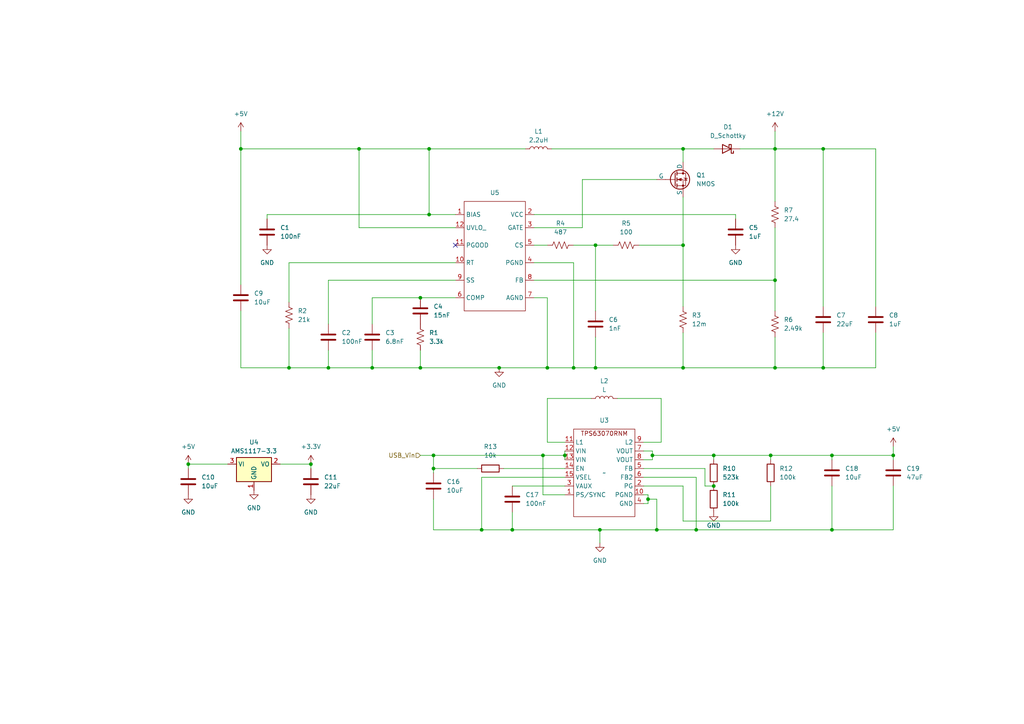
<source format=kicad_sch>
(kicad_sch (version 20230121) (generator eeschema)
  (paper "A4")
  (lib_symbols
    (symbol "Device:C" (pin_numbers hide) (pin_names (offset 0.254))
      (property "Reference" "C" (at 0.635 2.54 0))
      (property "Value" "C" (at 0.635 -2.54 0))
      (symbol "C_0_1"
        (polyline (pts (xy -2.032 -0.762) (xy 2.032 -0.762)) (stroke (width 0.508)))
        (polyline (pts (xy -2.032 0.762) (xy 2.032 0.762)) (stroke (width 0.508)))
      )
      (symbol "C_1_1"
        (pin passive line (at 0 3.81 270) (length 2.794) (name "~") (number "1"))
        (pin passive line (at 0 -3.81 90) (length 2.794) (name "~") (number "2"))
      )
    )
    (symbol "Device:D_Schottky" (pin_numbers hide) (pin_names (offset 1.016) hide)
      (property "Reference" "D" (at 0 2.54 0))
      (property "Value" "D_Schottky" (at 0 -2.54 0))
      (symbol "D_Schottky_0_1"
        (polyline (pts (xy 1.27 0) (xy -1.27 0)))
        (polyline (pts (xy 1.27 1.27) (xy 1.27 -1.27) (xy -1.27 0) (xy 1.27 1.27)) (stroke (width 0.254)))
        (polyline (pts (xy -1.905 0.635) (xy -1.905 1.27) (xy -1.27 1.27) (xy -1.27 -1.27) (xy -0.635 -1.27) (xy -0.635 -0.635)) (stroke (width 0.254)))
      )
      (symbol "D_Schottky_1_1"
        (pin passive line (at -3.81 0 0) (length 2.54) (name "K") (number "1"))
        (pin passive line (at 3.81 0 180) (length 2.54) (name "A") (number "2"))
      )
    )
    (symbol "Device:L" (pin_numbers hide) (pin_names (offset 1.016) hide)
      (property "Reference" "L" (at -1.27 0 90))
      (property "Value" "L" (at 1.905 0 90))
      (symbol "L_0_1"
        (arc (start 0 -2.54) (mid 0.6323 -1.905) (end 0 -1.27))
        (arc (start 0 -1.27) (mid 0.6323 -0.635) (end 0 0))
        (arc (start 0 0) (mid 0.6323 0.635) (end 0 1.27))
        (arc (start 0 1.27) (mid 0.6323 1.905) (end 0 2.54))
      )
      (symbol "L_1_1"
        (pin passive line (at 0 3.81 270) (length 1.27) (name "1") (number "1"))
        (pin passive line (at 0 -3.81 90) (length 1.27) (name "2") (number "2"))
      )
    )
    (symbol "Device:R" (pin_numbers hide) (pin_names (offset 0))
      (property "Reference" "R" (at 2.032 0 90))
      (property "Value" "R" (at 0 0 90))
      (symbol "R_0_1"
        (rectangle (start -1.016 -2.54) (end 1.016 2.54) (stroke (width 0.254)))
      )
      (symbol "R_1_1"
        (pin passive line (at 0 3.81 270) (length 1.27) (name "~") (number "1"))
        (pin passive line (at 0 -3.81 90) (length 1.27) (name "~") (number "2"))
      )
    )
    (symbol "Device:R_US" (pin_numbers hide) (pin_names (offset 0))
      (property "Reference" "R" (at 2.54 0 90))
      (property "Value" "R_US" (at -2.54 0 90))
      (symbol "R_US_0_1"
        (polyline (pts (xy 0 -2.286) (xy 0 -2.54)))
        (polyline (pts (xy 0 2.286) (xy 0 2.54)))
        (polyline (pts (xy 0 -0.762) (xy 1.016 -1.143) (xy 0 -1.524) (xy -1.016 -1.905) (xy 0 -2.286)))
        (polyline (pts (xy 0 0.762) (xy 1.016 0.381) (xy 0 0) (xy -1.016 -0.381) (xy 0 -0.762)))
        (polyline (pts (xy 0 2.286) (xy 1.016 1.905) (xy 0 1.524) (xy -1.016 1.143) (xy 0 0.762)))
      )
      (symbol "R_US_1_1"
        (pin passive line (at 0 3.81 270) (length 1.27) (name "~") (number "1"))
        (pin passive line (at 0 -3.81 90) (length 1.27) (name "~") (number "2"))
      )
    )
    (symbol "OSMI-parts:LM51551DSS"
      (property "Reference" "U" (at 0 2.54 0))
      (symbol "LM51551DSS_1_1"
        (rectangle (start -8.89 17.78) (end 8.89 -13.97))
        (pin power_in line (at -11.43 13.97 0) (length 2.54) (name "BIAS") (number "1"))
        (pin input line (at -11.43 0 0) (length 2.54) (name "RT") (number "10"))
        (pin output line (at -11.43 5.08 0) (length 2.54) (name "PGOOD") (number "11"))
        (pin input line (at -11.43 10.16 0) (length 2.54) (name "UVLO_") (number "12"))
        (pin power_out line (at 11.43 13.97 180) (length 2.54) (name "VCC") (number "2"))
        (pin output line (at 11.43 10.16 180) (length 2.54) (name "GATE") (number "3"))
        (pin power_in line (at 11.43 0 180) (length 2.54) (name "PGND") (number "4"))
        (pin input line (at 11.43 5.08 180) (length 2.54) (name "CS") (number "5"))
        (pin output line (at -11.43 -10.16 0) (length 2.54) (name "COMP") (number "6"))
        (pin power_in line (at 11.43 -10.16 180) (length 2.54) (name "AGND") (number "7"))
        (pin input line (at 11.43 -5.08 180) (length 2.54) (name "FB") (number "8"))
        (pin input line (at -11.43 -5.08 0) (length 2.54) (name "SS") (number "9"))
      )
    )
    (symbol "OSMI-parts:TPS63070RNM"
      (property "Reference" "U3" (at 0 15.24 0))
      (property "Value" "~" (at 0 0 0))
      (symbol "TPS63070RNM_0_1"
        (rectangle (start -8.89 12.7) (end 8.89 -12.7))
      )
      (symbol "TPS63070RNM_1_1"
        (text "TPS63070RNM" (at 0 11.43 0) (effects (font (size 1.27 1.27))))
        (pin input line (at -11.43 -6.35 0) (length 2.54) (name "PS/SYNC") (number "1"))
        (pin power_in line (at 11.43 -6.35 180) (length 2.54) (name "PGND") (number "10"))
        (pin input line (at -11.43 8.89 0) (length 2.54) (name "L1") (number "11"))
        (pin input line (at -11.43 6.35 0) (length 2.54) (name "VIN") (number "12"))
        (pin input line (at -11.43 3.81 0) (length 2.54) (name "VIN") (number "13"))
        (pin input line (at -11.43 1.27 0) (length 2.54) (name "EN") (number "14"))
        (pin input line (at -11.43 -1.27 0) (length 2.54) (name "VSEL") (number "15"))
        (pin output line (at 11.43 -3.81 180) (length 2.54) (name "PG") (number "2"))
        (pin output line (at -11.43 -3.81 0) (length 2.54) (name "VAUX") (number "3"))
        (pin power_in line (at 11.43 -8.89 180) (length 2.54) (name "GND") (number "4"))
        (pin input line (at 11.43 1.27 180) (length 2.54) (name "FB") (number "5"))
        (pin input line (at 11.43 -1.27 180) (length 2.54) (name "FB2") (number "6"))
        (pin power_out line (at 11.43 6.35 180) (length 2.54) (name "VOUT") (number "7"))
        (pin power_out line (at 11.43 3.81 180) (length 2.54) (name "VOUT") (number "8"))
        (pin input line (at 11.43 8.89 180) (length 2.54) (name "L2") (number "9"))
      )
    )
    (symbol "Regulator_Linear:AMS1117-3.3"
      (property "Reference" "U" (at -3.81 3.175 0))
      (property "Value" "AMS1117-3.3" (at 0 3.175 0))
      (symbol "AMS1117-3.3_0_1"
        (rectangle (start -5.08 -5.08) (end 5.08 1.905) (stroke (width 0.254)) (fill (type background)))
      )
      (symbol "AMS1117-3.3_1_1"
        (pin power_in line (at 0 -7.62 90) (length 2.54) (name "GND") (number "1"))
        (pin power_out line (at 7.62 0 180) (length 2.54) (name "VO") (number "2"))
        (pin power_in line (at -7.62 0 0) (length 2.54) (name "VI") (number "3"))
      )
    )
    (symbol "Simulation_SPICE:NMOS" (pin_numbers hide) (pin_names (offset 0))
      (property "Reference" "Q" (at 5.08 1.27 0))
      (property "Value" "NMOS" (at 5.08 -1.27 0))
      (symbol "NMOS_0_1"
        (polyline (pts (xy 0.254 0) (xy -2.54 0)))
        (polyline (pts (xy 0.254 1.905) (xy 0.254 -1.905)) (stroke (width 0.254)))
        (polyline (pts (xy 0.762 -1.27) (xy 0.762 -2.286)) (stroke (width 0.254)))
        (polyline (pts (xy 0.762 0.508) (xy 0.762 -0.508)) (stroke (width 0.254)))
        (polyline (pts (xy 0.762 2.286) (xy 0.762 1.27)) (stroke (width 0.254)))
        (polyline (pts (xy 2.54 2.54) (xy 2.54 1.778)))
        (polyline (pts (xy 2.54 -2.54) (xy 2.54 0) (xy 0.762 0)))
        (polyline (pts (xy 0.762 -1.778) (xy 3.302 -1.778) (xy 3.302 1.778) (xy 0.762 1.778)))
        (polyline (pts (xy 1.016 0) (xy 2.032 0.381) (xy 2.032 -0.381) (xy 1.016 0)) (fill (type outline)))
        (polyline (pts (xy 2.794 0.508) (xy 2.921 0.381) (xy 3.683 0.381) (xy 3.81 0.254)))
        (polyline (pts (xy 3.302 0.381) (xy 2.921 -0.254) (xy 3.683 -0.254) (xy 3.302 0.381)))
        (circle (center 1.651 0) (radius 2.794) (stroke (width 0.254)))
        (circle (center 2.54 -1.778) (radius 0.254) (fill (type outline)))
        (circle (center 2.54 1.778) (radius 0.254) (fill (type outline)))
      )
      (symbol "NMOS_1_1"
        (pin passive line (at 2.54 5.08 270) (length 2.54) (name "D") (number "1"))
        (pin input line (at -5.08 0 0) (length 2.54) (name "G") (number "2"))
        (pin passive line (at 2.54 -5.08 90) (length 2.54) (name "S") (number "3"))
      )
    )
    (symbol "power:+12V" (power) (pin_names (offset 0))
      (property "Value" "+12V" (at 0 3.556 0))
      (symbol "+12V_0_1"
        (polyline (pts (xy -0.762 1.27) (xy 0 2.54)))
        (polyline (pts (xy 0 0) (xy 0 2.54)))
        (polyline (pts (xy 0 2.54) (xy 0.762 1.27)))
      )
      (symbol "+12V_1_1"
        (pin power_in line (at 0 0 90) (length 0) hide (name "+12V") (number "1"))
      )
    )
    (symbol "power:+3.3V" (power) (pin_names (offset 0))
      (property "Value" "+3.3V" (at 0 3.556 0))
      (symbol "+3.3V_0_1"
        (polyline (pts (xy -0.762 1.27) (xy 0 2.54)))
        (polyline (pts (xy 0 0) (xy 0 2.54)))
        (polyline (pts (xy 0 2.54) (xy 0.762 1.27)))
      )
      (symbol "+3.3V_1_1"
        (pin power_in line (at 0 0 90) (length 0) hide (name "+3.3V") (number "1"))
      )
    )
    (symbol "power:+5V" (power) (pin_names (offset 0))
      (property "Value" "+5V" (at 0 3.556 0))
      (symbol "+5V_0_1"
        (polyline (pts (xy -0.762 1.27) (xy 0 2.54)))
        (polyline (pts (xy 0 0) (xy 0 2.54)))
        (polyline (pts (xy 0 2.54) (xy 0.762 1.27)))
      )
      (symbol "+5V_1_1"
        (pin power_in line (at 0 0 90) (length 0) hide (name "+5V") (number "1"))
      )
    )
    (symbol "power:GND" (power) (pin_names (offset 0))
      (property "Value" "GND" (at 0 -3.81 0))
      (symbol "GND_0_1"
        (polyline (pts (xy 0 0) (xy 0 -1.27) (xy 1.27 -1.27) (xy 0 -2.54) (xy -1.27 -1.27) (xy 0 -1.27)))
      )
      (symbol "GND_1_1"
        (pin power_in line (at 0 0 270) (length 0) hide (name "GND") (number "1"))
      )
    )
  )
  (junction (at 125.73 135.89))
  (junction (at 223.52 132.08))
  (junction (at 90.17 134.62))
  (junction (at 163.83 132.08))
  (junction (at 207.01 132.08))
  (junction (at 187.96 144.78))
  (junction (at 54.61 134.62))
  (junction (at 166.37 106.68))
  (junction (at 125.73 132.08))
  (junction (at 95.25 106.68))
  (junction (at 139.7 153.67))
  (junction (at 241.3 153.67))
  (junction (at 121.92 86.36))
  (junction (at 198.12 106.68))
  (junction (at 172.72 106.68))
  (junction (at 83.82 106.68))
  (junction (at 124.46 62.23))
  (junction (at 104.14 43.18))
  (junction (at 172.72 71.12))
  (junction (at 158.75 106.68))
  (junction (at 224.79 106.68))
  (junction (at 259.08 132.08))
  (junction (at 198.12 43.18))
  (junction (at 189.23 132.08))
  (junction (at 190.5 153.67))
  (junction (at 173.99 153.67))
  (junction (at 238.76 43.18))
  (junction (at 124.46 43.18))
  (junction (at 241.3 132.08))
  (junction (at 148.59 153.67))
  (junction (at 121.92 106.68))
  (junction (at 198.12 71.12))
  (junction (at 144.78 106.68))
  (junction (at 107.95 106.68))
  (junction (at 224.79 81.28))
  (junction (at 157.48 132.08))
  (junction (at 201.93 153.67))
  (junction (at 224.79 43.18))
  (junction (at 238.76 106.68))
  (junction (at 207.01 140.97))
  (junction (at 69.85 43.18))
  (no_connect (at 132.08 71.12))
  (wire (pts (xy 254 43.18) (xy 254 88.9)))
  (wire (pts (xy 163.83 132.08) (xy 163.83 133.35)))
  (wire (pts (xy 223.52 151.13) (xy 223.52 140.97)))
  (wire (pts (xy 190.5 153.67) (xy 201.93 153.67)))
  (wire (pts (xy 186.69 133.35) (xy 189.23 133.35)))
  (wire (pts (xy 154.94 76.2) (xy 166.37 76.2)))
  (wire (pts (xy 132.08 76.2) (xy 83.82 76.2)))
  (wire (pts (xy 190.5 52.07) (xy 168.91 52.07)))
  (wire (pts (xy 172.72 106.68) (xy 198.12 106.68)))
  (wire (pts (xy 224.79 106.68) (xy 238.76 106.68)))
  (wire (pts (xy 207.01 132.08) (xy 223.52 132.08)))
  (wire (pts (xy 54.61 134.62) (xy 54.61 135.89)))
  (wire (pts (xy 139.7 153.67) (xy 148.59 153.67)))
  (wire (pts (xy 259.08 153.67) (xy 259.08 140.97)))
  (wire (pts (xy 148.59 153.67) (xy 173.99 153.67)))
  (wire (pts (xy 214.63 43.18) (xy 224.79 43.18)))
  (wire (pts (xy 107.95 86.36) (xy 107.95 93.98)))
  (wire (pts (xy 168.91 52.07) (xy 168.91 66.04)))
  (wire (pts (xy 179.07 115.57) (xy 191.77 115.57)))
  (wire (pts (xy 160.02 43.18) (xy 198.12 43.18)))
  (wire (pts (xy 125.73 153.67) (xy 139.7 153.67)))
  (wire (pts (xy 186.69 138.43) (xy 201.93 138.43)))
  (wire (pts (xy 107.95 101.6) (xy 107.95 106.68)))
  (wire (pts (xy 148.59 140.97) (xy 163.83 140.97)))
  (wire (pts (xy 95.25 101.6) (xy 95.25 106.68)))
  (wire (pts (xy 124.46 43.18) (xy 104.14 43.18)))
  (wire (pts (xy 154.94 62.23) (xy 213.36 62.23)))
  (wire (pts (xy 125.73 144.78) (xy 125.73 153.67)))
  (wire (pts (xy 241.3 132.08) (xy 223.52 132.08)))
  (wire (pts (xy 124.46 62.23) (xy 77.47 62.23)))
  (wire (pts (xy 198.12 43.18) (xy 207.01 43.18)))
  (wire (pts (xy 158.75 128.27) (xy 158.75 115.57)))
  (wire (pts (xy 90.17 134.62) (xy 90.17 135.89)))
  (wire (pts (xy 259.08 132.08) (xy 241.3 132.08)))
  (wire (pts (xy 158.75 115.57) (xy 171.45 115.57)))
  (wire (pts (xy 158.75 86.36) (xy 158.75 106.68)))
  (wire (pts (xy 198.12 96.52) (xy 198.12 106.68)))
  (wire (pts (xy 241.3 153.67) (xy 241.3 140.97)))
  (wire (pts (xy 157.48 132.08) (xy 125.73 132.08)))
  (wire (pts (xy 132.08 62.23) (xy 124.46 62.23)))
  (wire (pts (xy 241.3 132.08) (xy 241.3 133.35)))
  (wire (pts (xy 207.01 132.08) (xy 207.01 133.35)))
  (wire (pts (xy 132.08 66.04) (xy 104.14 66.04)))
  (wire (pts (xy 238.76 43.18) (xy 254 43.18)))
  (wire (pts (xy 146.05 135.89) (xy 163.83 135.89)))
  (wire (pts (xy 213.36 62.23) (xy 213.36 63.5)))
  (wire (pts (xy 189.23 130.81) (xy 189.23 132.08)))
  (wire (pts (xy 95.25 81.28) (xy 95.25 93.98)))
  (wire (pts (xy 69.85 90.17) (xy 69.85 106.68)))
  (wire (pts (xy 69.85 38.1) (xy 69.85 43.18)))
  (wire (pts (xy 189.23 132.08) (xy 189.23 133.35)))
  (wire (pts (xy 121.92 101.6) (xy 121.92 106.68)))
  (wire (pts (xy 198.12 46.99) (xy 198.12 43.18)))
  (wire (pts (xy 224.79 66.04) (xy 224.79 81.28)))
  (wire (pts (xy 154.94 86.36) (xy 158.75 86.36)))
  (wire (pts (xy 95.25 106.68) (xy 107.95 106.68)))
  (wire (pts (xy 224.79 38.1) (xy 224.79 43.18)))
  (wire (pts (xy 132.08 86.36) (xy 121.92 86.36)))
  (wire (pts (xy 139.7 138.43) (xy 139.7 153.67)))
  (wire (pts (xy 163.83 143.51) (xy 157.48 143.51)))
  (wire (pts (xy 187.96 146.05) (xy 186.69 146.05)))
  (wire (pts (xy 198.12 106.68) (xy 224.79 106.68)))
  (wire (pts (xy 125.73 132.08) (xy 121.92 132.08)))
  (wire (pts (xy 166.37 106.68) (xy 172.72 106.68)))
  (wire (pts (xy 81.28 134.62) (xy 90.17 134.62)))
  (wire (pts (xy 166.37 76.2) (xy 166.37 106.68)))
  (wire (pts (xy 198.12 140.97) (xy 198.12 151.13)))
  (wire (pts (xy 66.04 134.62) (xy 54.61 134.62)))
  (wire (pts (xy 204.47 140.97) (xy 204.47 135.89)))
  (wire (pts (xy 224.79 43.18) (xy 224.79 58.42)))
  (wire (pts (xy 198.12 71.12) (xy 198.12 88.9)))
  (wire (pts (xy 104.14 66.04) (xy 104.14 43.18)))
  (wire (pts (xy 201.93 138.43) (xy 201.93 153.67)))
  (wire (pts (xy 223.52 132.08) (xy 223.52 133.35)))
  (wire (pts (xy 148.59 148.59) (xy 148.59 153.67)))
  (wire (pts (xy 121.92 86.36) (xy 107.95 86.36)))
  (wire (pts (xy 186.69 140.97) (xy 198.12 140.97)))
  (wire (pts (xy 121.92 106.68) (xy 144.78 106.68)))
  (wire (pts (xy 125.73 135.89) (xy 125.73 137.16)))
  (wire (pts (xy 191.77 115.57) (xy 191.77 128.27)))
  (wire (pts (xy 198.12 151.13) (xy 223.52 151.13)))
  (wire (pts (xy 163.83 132.08) (xy 157.48 132.08)))
  (wire (pts (xy 152.4 43.18) (xy 124.46 43.18)))
  (wire (pts (xy 187.96 144.78) (xy 190.5 144.78)))
  (wire (pts (xy 83.82 76.2) (xy 83.82 87.63)))
  (wire (pts (xy 83.82 106.68) (xy 95.25 106.68)))
  (wire (pts (xy 190.5 144.78) (xy 190.5 153.67)))
  (wire (pts (xy 224.79 43.18) (xy 238.76 43.18)))
  (wire (pts (xy 138.43 135.89) (xy 125.73 135.89)))
  (wire (pts (xy 186.69 143.51) (xy 187.96 143.51)))
  (wire (pts (xy 254 106.68) (xy 254 96.52)))
  (wire (pts (xy 259.08 129.54) (xy 259.08 132.08)))
  (wire (pts (xy 224.79 90.17) (xy 224.79 81.28)))
  (wire (pts (xy 77.47 62.23) (xy 77.47 63.5)))
  (wire (pts (xy 204.47 135.89) (xy 186.69 135.89)))
  (wire (pts (xy 163.83 128.27) (xy 158.75 128.27)))
  (wire (pts (xy 189.23 132.08) (xy 207.01 132.08)))
  (wire (pts (xy 69.85 106.68) (xy 83.82 106.68)))
  (wire (pts (xy 172.72 90.17) (xy 172.72 71.12)))
  (wire (pts (xy 166.37 71.12) (xy 172.72 71.12)))
  (wire (pts (xy 186.69 130.81) (xy 189.23 130.81)))
  (wire (pts (xy 185.42 71.12) (xy 198.12 71.12)))
  (wire (pts (xy 154.94 71.12) (xy 158.75 71.12)))
  (wire (pts (xy 83.82 95.25) (xy 83.82 106.68)))
  (wire (pts (xy 124.46 62.23) (xy 124.46 43.18)))
  (wire (pts (xy 238.76 96.52) (xy 238.76 106.68)))
  (wire (pts (xy 172.72 97.79) (xy 172.72 106.68)))
  (wire (pts (xy 69.85 43.18) (xy 69.85 82.55)))
  (wire (pts (xy 104.14 43.18) (xy 69.85 43.18)))
  (wire (pts (xy 172.72 71.12) (xy 177.8 71.12)))
  (wire (pts (xy 132.08 81.28) (xy 95.25 81.28)))
  (wire (pts (xy 198.12 57.15) (xy 198.12 71.12)))
  (wire (pts (xy 144.78 106.68) (xy 158.75 106.68)))
  (wire (pts (xy 125.73 132.08) (xy 125.73 135.89)))
  (wire (pts (xy 201.93 153.67) (xy 241.3 153.67)))
  (wire (pts (xy 187.96 143.51) (xy 187.96 144.78)))
  (wire (pts (xy 168.91 66.04) (xy 154.94 66.04)))
  (wire (pts (xy 207.01 140.97) (xy 204.47 140.97)))
  (wire (pts (xy 238.76 106.68) (xy 254 106.68)))
  (wire (pts (xy 158.75 106.68) (xy 166.37 106.68)))
  (wire (pts (xy 173.99 153.67) (xy 190.5 153.67)))
  (wire (pts (xy 224.79 97.79) (xy 224.79 106.68)))
  (wire (pts (xy 154.94 81.28) (xy 224.79 81.28)))
  (wire (pts (xy 157.48 143.51) (xy 157.48 132.08)))
  (wire (pts (xy 107.95 106.68) (xy 121.92 106.68)))
  (wire (pts (xy 187.96 144.78) (xy 187.96 146.05)))
  (wire (pts (xy 191.77 128.27) (xy 186.69 128.27)))
  (wire (pts (xy 163.83 138.43) (xy 139.7 138.43)))
  (wire (pts (xy 259.08 132.08) (xy 259.08 133.35)))
  (wire (pts (xy 241.3 153.67) (xy 259.08 153.67)))
  (wire (pts (xy 238.76 43.18) (xy 238.76 88.9)))
  (wire (pts (xy 163.83 130.81) (xy 163.83 132.08)))
  (wire (pts (xy 173.99 157.48) (xy 173.99 153.67)))
  (hierarchical_label "USB_Vin" (shape input) (at 121.92 132.08 180))
  (symbol (lib_id "power:+3.3V") (at 90.17 134.62 0) (unit 1)
    (property "Reference" "#PWR026" (effects hide))
    (property "Value" "+3.3V" (at 90.17 129.54 0))
  )
  (symbol (lib_id "Device:C") (at 77.47 67.31 180) (unit 1)
    (property "Reference" "C1" (at 81.28 66.04 0) (effects (justify right)))
    (property "Value" "100nF" (at 81.28 68.58 0) (effects (justify right)))
    (property "Footprint" "Capacitor_SMD:C_0402_1005Metric" (effects hide))
  )
  (symbol (lib_id "Device:R_US") (at 121.92 97.79 180) (unit 1)
    (property "Reference" "R1" (at 124.46 96.52 0) (effects (justify right)))
    (property "Value" "3.3k" (at 124.46 99.06 0) (effects (justify right)))
    (property "Footprint" "Resistor_SMD:R_0603_1608Metric" (effects hide))
  )
  (symbol (lib_id "Device:L") (at 156.21 43.18 90) (unit 1)
    (property "Reference" "L1" (at 156.21 38.1 90))
    (property "Value" "2.2uH" (at 156.21 40.64 90))
    (property "Footprint" "Inductor_SMD:L_Coilcraft_XAL8050-223" (effects hide))
    (property "Datasheet" "http://www.coilcraft.com/pdfs/xal50xx.pdf" (effects hide))
  )
  (symbol (lib_id "Device:D_Schottky") (at 210.82 43.18 180) (unit 1)
    (property "Reference" "D1" (at 211.1375 36.83 0))
    (property "Value" "D_Schottky" (at 211.1375 39.37 0))
    (property "Footprint" "SL42_E3_57T:CR_2-E3&slash_57T_VIS" (effects hide))
    (property "Datasheet" "https://www.vishay.com/docs/88742/sl42.pdf" (effects hide))
  )
  (symbol (lib_id "power:+12V") (at 224.79 38.1 0) (unit 1)
    (property "Reference" "#PWR08" (effects hide))
    (property "Value" "+12V" (at 224.79 33.02 0))
  )
  (symbol (lib_id "Device:R") (at 142.24 135.89 90) (unit 1)
    (property "Reference" "R13" (at 142.24 129.54 90))
    (property "Value" "10k" (at 142.24 132.08 90))
    (property "Footprint" "Resistor_SMD:R_0603_1608Metric" (effects hide))
  )
  (symbol (lib_id "power:+5V") (at 54.61 134.62 0) (unit 1)
    (property "Reference" "#PWR025" (effects hide))
    (property "Value" "+5V" (at 54.61 129.54 0))
  )
  (symbol (lib_id "Device:C") (at 238.76 92.71 180) (unit 1)
    (property "Reference" "C7" (at 242.57 91.44 0) (effects (justify right)))
    (property "Value" "22uF" (at 242.57 93.98 0) (effects (justify right)))
    (property "Footprint" "Capacitor_SMD:C_0603_1608Metric" (effects hide))
  )
  (symbol (lib_id "power:GND") (at 144.78 106.68 0) (unit 1)
    (property "Reference" "#PWR021" (effects hide))
    (property "Value" "GND" (at 144.78 111.76 0))
  )
  (symbol (lib_id "Device:C") (at 95.25 97.79 180) (unit 1)
    (property "Reference" "C2" (at 99.06 96.52 0) (effects (justify right)))
    (property "Value" "100nF" (at 99.06 99.06 0) (effects (justify right)))
    (property "Footprint" "Capacitor_SMD:C_0402_1005Metric" (effects hide))
  )
  (symbol (lib_id "Device:R_US") (at 198.12 92.71 180) (unit 1)
    (property "Reference" "R3" (at 200.66 91.44 0) (effects (justify right)))
    (property "Value" "12m" (at 200.66 93.98 0) (effects (justify right)))
    (property "Footprint" "Resistor_SMD:R_1206_3216Metric" (effects hide))
  )
  (symbol (lib_id "power:GND") (at 173.99 157.48 0) (unit 1)
    (property "Reference" "#PWR035" (effects hide))
    (property "Value" "GND" (at 173.99 162.56 0))
  )
  (symbol (lib_id "Device:R_US") (at 181.61 71.12 270) (unit 1)
    (property "Reference" "R5" (at 181.61 64.77 90))
    (property "Value" "100" (at 181.61 67.31 90))
    (property "Footprint" "Resistor_SMD:R_0603_1608Metric" (effects hide))
  )
  (symbol (lib_id "Device:R_US") (at 83.82 91.44 180) (unit 1)
    (property "Reference" "R2" (at 86.36 90.17 0) (effects (justify right)))
    (property "Value" "21k" (at 86.36 92.71 0) (effects (justify right)))
    (property "Footprint" "Resistor_SMD:R_0603_1608Metric" (effects hide))
  )
  (symbol (lib_id "Device:C") (at 213.36 67.31 180) (unit 1)
    (property "Reference" "C5" (at 217.17 66.04 0) (effects (justify right)))
    (property "Value" "1uF" (at 217.17 68.58 0) (effects (justify right)))
    (property "Footprint" "Capacitor_SMD:C_0603_1608Metric" (effects hide))
  )
  (symbol (lib_id "power:GND") (at 54.61 143.51 0) (unit 1)
    (property "Reference" "#PWR024" (effects hide))
    (property "Value" "GND" (at 54.61 148.59 0))
  )
  (symbol (lib_id "Device:C") (at 125.73 140.97 0) (unit 1)
    (property "Reference" "C16" (at 129.54 139.7 0) (effects (justify left)))
    (property "Value" "10uF" (at 129.54 142.24 0) (effects (justify left)))
    (property "Footprint" "Capacitor_SMD:C_0603_1608Metric" (effects hide))
  )
  (symbol (lib_id "Device:R") (at 207.01 144.78 0) (unit 1)
    (property "Reference" "R11" (at 209.55 143.51 0) (effects (justify left)))
    (property "Value" "100k" (at 209.55 146.05 0) (effects (justify left)))
    (property "Footprint" "Resistor_SMD:R_0603_1608Metric" (effects hide))
  )
  (symbol (lib_id "Device:C") (at 259.08 137.16 0) (unit 1)
    (property "Reference" "C19" (at 262.89 135.89 0) (effects (justify left)))
    (property "Value" "47uF" (at 262.89 138.43 0) (effects (justify left)))
    (property "Footprint" "Capacitor_SMD:C_0805_2012Metric" (effects hide))
  )
  (symbol (lib_id "Device:C") (at 107.95 97.79 180) (unit 1)
    (property "Reference" "C3" (at 111.76 96.52 0) (effects (justify right)))
    (property "Value" "6.8nF" (at 111.76 99.06 0) (effects (justify right)))
    (property "Footprint" "Capacitor_SMD:C_0402_1005Metric" (effects hide))
  )
  (symbol (lib_id "Device:R_US") (at 162.56 71.12 270) (unit 1)
    (property "Reference" "R4" (at 162.56 64.77 90))
    (property "Value" "487" (at 162.56 67.31 90))
    (property "Footprint" "Resistor_SMD:R_1206_3216Metric" (effects hide))
  )
  (symbol (lib_id "power:+5V") (at 69.85 38.1 0) (unit 1)
    (property "Reference" "#PWR012" (effects hide))
    (property "Value" "+5V" (at 69.85 33.02 0))
  )
  (symbol (lib_id "Device:C") (at 241.3 137.16 0) (unit 1)
    (property "Reference" "C18" (at 245.11 135.89 0) (effects (justify left)))
    (property "Value" "10uF" (at 245.11 138.43 0) (effects (justify left)))
    (property "Footprint" "Capacitor_SMD:C_0603_1608Metric" (effects hide))
  )
  (symbol (lib_id "Device:L") (at 175.26 115.57 90) (unit 1)
    (property "Reference" "L2" (at 175.26 110.49 90))
    (property "Value" "L" (at 175.26 113.03 90))
    (property "Footprint" "Inductor_SMD:L_Coilcraft_XAL8050-223" (effects hide))
  )
  (symbol (lib_id "Regulator_Linear:AMS1117-3.3") (at 73.66 134.62 0) (unit 1)
    (property "Reference" "U4" (at 73.66 128.27 0))
    (property "Value" "AMS1117-3.3" (at 73.66 130.81 0))
    (property "Footprint" "Package_TO_SOT_SMD:SOT-223" (effects hide))
    (property "Datasheet" "http://www.advanced-monolithic.com/pdf/ds1117.pdf" (effects hide))
  )
  (symbol (lib_id "Device:C") (at 172.72 93.98 180) (unit 1)
    (property "Reference" "C6" (at 176.53 92.71 0) (effects (justify right)))
    (property "Value" "1nF" (at 176.53 95.25 0) (effects (justify right)))
    (property "Footprint" "Capacitor_SMD:C_0805_2012Metric" (effects hide))
  )
  (symbol (lib_id "Device:R_US") (at 224.79 93.98 180) (unit 1)
    (property "Reference" "R6" (at 227.33 92.71 0) (effects (justify right)))
    (property "Value" "2.49k" (at 227.33 95.25 0) (effects (justify right)))
    (property "Footprint" "Resistor_SMD:R_0603_1608Metric" (effects hide))
  )
  (symbol (lib_id "power:GND") (at 207.01 148.59 0) (unit 1)
    (property "Reference" "#PWR034" (effects hide))
    (property "Value" "GND" (at 207.01 152.4 0))
  )
  (symbol (lib_id "Device:R") (at 207.01 137.16 0) (unit 1)
    (property "Reference" "R10" (at 209.55 135.89 0) (effects (justify left)))
    (property "Value" "523k" (at 209.55 138.43 0) (effects (justify left)))
    (property "Footprint" "Resistor_SMD:R_0603_1608Metric" (effects hide))
  )
  (symbol (lib_id "power:GND") (at 73.66 142.24 0) (unit 1)
    (property "Reference" "#PWR022" (effects hide))
    (property "Value" "GND" (at 73.66 147.32 0))
  )
  (symbol (lib_id "power:+5V") (at 259.08 129.54 0) (unit 1)
    (property "Reference" "#PWR036" (effects hide))
    (property "Value" "+5V" (at 259.08 124.46 0))
  )
  (symbol (lib_id "Device:C") (at 90.17 139.7 0) (unit 1)
    (property "Reference" "C11" (at 93.98 138.43 0) (effects (justify left)))
    (property "Value" "22uF" (at 93.98 140.97 0) (effects (justify left)))
    (property "Footprint" "Capacitor_SMD:C_0603_1608Metric" (effects hide))
  )
  (symbol (lib_id "OSMI-parts:TPS63070RNM") (at 175.26 137.16 0) (unit 1)
    (property "Reference" "U3" (at 175.26 121.92 0))
    (property "Value" "~" (at 175.26 137.16 0))
    (property "Footprint" "OSMI-parts:VQFN-15-1EP-2.5x3mm_P0.5mm" (effects hide))
    (property "Datasheet" "https://www.ti.com/lit/ds/symlink/tps63070.pdf?ts=1705665685909&ref_url=https%253A%252F%252Fhu.mouser.com%252F" (effects hide))
  )
  (symbol (lib_id "Simulation_SPICE:NMOS") (at 195.58 52.07 0) (unit 1)
    (property "Reference" "Q1" (at 201.93 50.8 0) (effects (justify left)))
    (property "Value" "NMOS" (at 201.93 53.34 0) (effects (justify left)))
    (property "Footprint" "Package_SON:WSON-8-1EP_2x2mm_P0.5mm_EP0.9x1.6mm" (effects hide))
    (property "Datasheet" "https://www.ti.com/lit/ds/symlink/csd17571q2.pdf?HQS=dis-dk-null-digikeymode-dsf-pf-null-wwe&ts=1705633130083&ref_url=https%253A%252F%252Fwww.ti.com%252Fgeneral%252Fdocs%252Fsuppproductinfo.tsp%253FdistId%253D10%2526gotoUrl%253Dhttps%253A%252F%252Fwww.ti.com%252Flit%252Fgpn%252Fcsd17571q2" (effects hide))
    (property "Sim.Device" "NMOS" (effects hide))
    (property "Sim.Type" "VDMOS" (effects hide))
    (property "Sim.Pins" "1=D 2=G 3=S" (effects hide))
  )
  (symbol (lib_id "power:GND") (at 213.36 71.12 0) (unit 1)
    (property "Reference" "#PWR09" (effects hide))
    (property "Value" "GND" (at 213.36 76.2 0))
  )
  (symbol (lib_id "Device:C") (at 254 92.71 180) (unit 1)
    (property "Reference" "C8" (at 257.81 91.44 0) (effects (justify right)))
    (property "Value" "1uF" (at 257.81 93.98 0) (effects (justify right)))
    (property "Footprint" "Capacitor_SMD:C_0402_1005Metric" (effects hide))
  )
  (symbol (lib_id "Device:C") (at 148.59 144.78 0) (unit 1)
    (property "Reference" "C17" (at 152.4 143.51 0) (effects (justify left)))
    (property "Value" "100nF" (at 152.4 146.05 0) (effects (justify left)))
    (property "Footprint" "Capacitor_SMD:C_0603_1608Metric" (effects hide))
  )
  (symbol (lib_id "power:GND") (at 77.47 71.12 0) (unit 1)
    (property "Reference" "#PWR010" (effects hide))
    (property "Value" "GND" (at 77.47 76.2 0))
  )
  (symbol (lib_id "Device:C") (at 54.61 139.7 0) (unit 1)
    (property "Reference" "C10" (at 58.42 138.43 0) (effects (justify left)))
    (property "Value" "10uF" (at 58.42 140.97 0) (effects (justify left)))
    (property "Footprint" "Capacitor_SMD:C_0805_2012Metric" (effects hide))
  )
  (symbol (lib_id "OSMI-parts:LM51551DSS") (at 143.51 76.2 0) (unit 1)
    (property "Reference" "U5" (at 143.51 55.88 0))
    (property "Footprint" "Package_SON:WSON-12-1EP_3x2mm_P0.5mm_EP1x2.65_ThermalVias" (effects hide))
    (property "Datasheet" "https://www.ti.com/lit/ds/symlink/lm51551.pdf" (effects hide))
  )
  (symbol (lib_id "Device:R") (at 223.52 137.16 0) (unit 1)
    (property "Reference" "R12" (at 226.06 135.89 0) (effects (justify left)))
    (property "Value" "100k" (at 226.06 138.43 0) (effects (justify left)))
    (property "Footprint" "Resistor_SMD:R_0603_1608Metric" (effects hide))
  )
  (symbol (lib_id "power:GND") (at 90.17 143.51 0) (unit 1)
    (property "Reference" "#PWR023" (effects hide))
    (property "Value" "GND" (at 90.17 148.59 0))
  )
  (symbol (lib_id "Device:R_US") (at 224.79 62.23 180) (unit 1)
    (property "Reference" "R7" (at 227.33 60.96 0) (effects (justify right)))
    (property "Value" "27.4" (at 227.33 63.5 0) (effects (justify right)))
    (property "Footprint" "Resistor_SMD:R_0603_1608Metric" (effects hide))
  )
  (symbol (lib_id "Device:C") (at 121.92 90.17 180) (unit 1)
    (property "Reference" "C4" (at 125.73 88.9 0) (effects (justify right)))
    (property "Value" "15nF" (at 125.73 91.44 0) (effects (justify right)))
    (property "Footprint" "Capacitor_SMD:C_1812_4532Metric" (effects hide))
  )
  (symbol (lib_id "Device:C") (at 69.85 86.36 180) (unit 1)
    (property "Reference" "C9" (at 73.66 85.09 0) (effects (justify right)))
    (property "Value" "10uF" (at 73.66 87.63 0) (effects (justify right)))
    (property "Footprint" "Capacitor_SMD:C_0805_2012Metric" (effects hide))
  )
)
</source>
